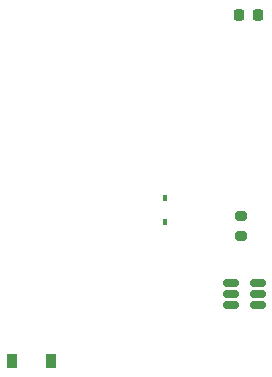
<source format=gbr>
%TF.GenerationSoftware,KiCad,Pcbnew,(6.0.1)*%
%TF.CreationDate,2022-02-17T14:59:17+10:00*%
%TF.ProjectId,blinker,626c696e-6b65-4722-9e6b-696361645f70,rev?*%
%TF.SameCoordinates,Original*%
%TF.FileFunction,Paste,Top*%
%TF.FilePolarity,Positive*%
%FSLAX46Y46*%
G04 Gerber Fmt 4.6, Leading zero omitted, Abs format (unit mm)*
G04 Created by KiCad (PCBNEW (6.0.1)) date 2022-02-17 14:59:17*
%MOMM*%
%LPD*%
G01*
G04 APERTURE LIST*
G04 Aperture macros list*
%AMRoundRect*
0 Rectangle with rounded corners*
0 $1 Rounding radius*
0 $2 $3 $4 $5 $6 $7 $8 $9 X,Y pos of 4 corners*
0 Add a 4 corners polygon primitive as box body*
4,1,4,$2,$3,$4,$5,$6,$7,$8,$9,$2,$3,0*
0 Add four circle primitives for the rounded corners*
1,1,$1+$1,$2,$3*
1,1,$1+$1,$4,$5*
1,1,$1+$1,$6,$7*
1,1,$1+$1,$8,$9*
0 Add four rect primitives between the rounded corners*
20,1,$1+$1,$2,$3,$4,$5,0*
20,1,$1+$1,$4,$5,$6,$7,0*
20,1,$1+$1,$6,$7,$8,$9,0*
20,1,$1+$1,$8,$9,$2,$3,0*%
G04 Aperture macros list end*
%ADD10R,0.900000X1.200000*%
%ADD11RoundRect,0.218750X-0.218750X-0.256250X0.218750X-0.256250X0.218750X0.256250X-0.218750X0.256250X0*%
%ADD12RoundRect,0.200000X0.275000X-0.200000X0.275000X0.200000X-0.275000X0.200000X-0.275000X-0.200000X0*%
%ADD13R,0.450000X0.600000*%
%ADD14RoundRect,0.150000X0.512500X0.150000X-0.512500X0.150000X-0.512500X-0.150000X0.512500X-0.150000X0*%
G04 APERTURE END LIST*
D10*
%TO.C,D2*%
X148350000Y-105520000D03*
X145050000Y-105520000D03*
%TD*%
D11*
%TO.C,D3*%
X164312500Y-76200000D03*
X165887500Y-76200000D03*
%TD*%
D12*
%TO.C,R1*%
X164485000Y-94905000D03*
X164485000Y-93255000D03*
%TD*%
D13*
%TO.C,D1*%
X158050000Y-91690000D03*
X158050000Y-93790000D03*
%TD*%
D14*
%TO.C,U1*%
X165880000Y-100820000D03*
X165880000Y-99870000D03*
X165880000Y-98920000D03*
X163605000Y-98920000D03*
X163605000Y-99870000D03*
X163605000Y-100820000D03*
%TD*%
M02*

</source>
